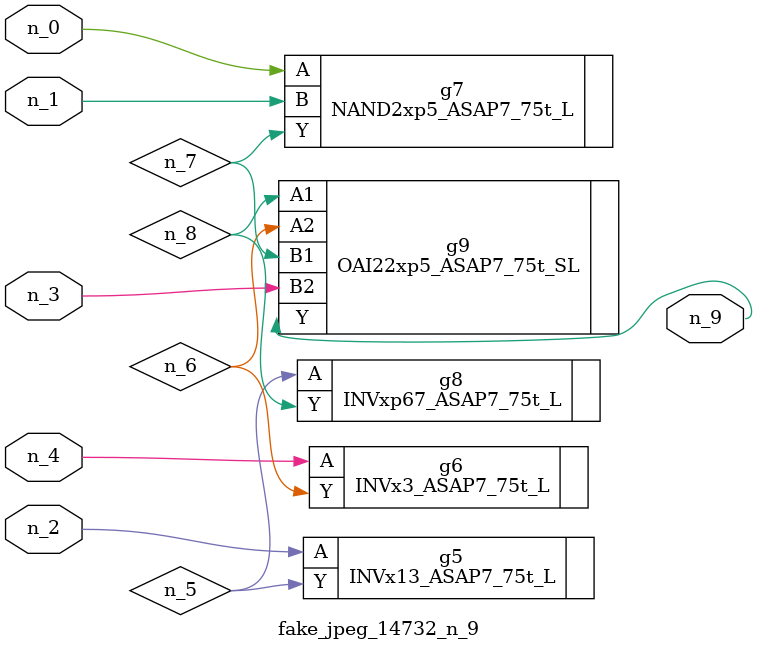
<source format=v>
module fake_jpeg_14732_n_9 (n_3, n_2, n_1, n_0, n_4, n_9);

input n_3;
input n_2;
input n_1;
input n_0;
input n_4;

output n_9;

wire n_8;
wire n_6;
wire n_5;
wire n_7;

INVx13_ASAP7_75t_L g5 ( 
.A(n_2),
.Y(n_5)
);

INVx3_ASAP7_75t_L g6 ( 
.A(n_4),
.Y(n_6)
);

NAND2xp5_ASAP7_75t_L g7 ( 
.A(n_0),
.B(n_1),
.Y(n_7)
);

INVxp67_ASAP7_75t_L g8 ( 
.A(n_5),
.Y(n_8)
);

OAI22xp5_ASAP7_75t_SL g9 ( 
.A1(n_8),
.A2(n_6),
.B1(n_7),
.B2(n_3),
.Y(n_9)
);


endmodule
</source>
